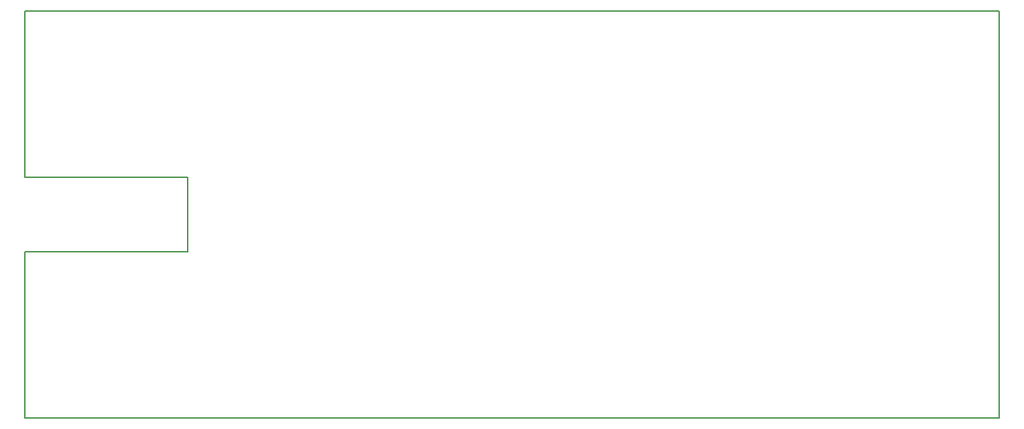
<source format=gm1>
G04 #@! TF.GenerationSoftware,KiCad,Pcbnew,5.1.8-5.fc33*
G04 #@! TF.CreationDate,2020-12-26T10:31:11+01:00*
G04 #@! TF.ProjectId,mini-beieli-pcb-cubecell,6d696e69-2d62-4656-9965-6c692d706362,rev?*
G04 #@! TF.SameCoordinates,Original*
G04 #@! TF.FileFunction,Profile,NP*
%FSLAX46Y46*%
G04 Gerber Fmt 4.6, Leading zero omitted, Abs format (unit mm)*
G04 Created by KiCad (PCBNEW 5.1.8-5.fc33) date 2020-12-26 10:31:11*
%MOMM*%
%LPD*%
G01*
G04 APERTURE LIST*
G04 #@! TA.AperFunction,Profile*
%ADD10C,0.150000*%
G04 #@! TD*
G04 APERTURE END LIST*
D10*
X60000000Y-61927000D02*
X60000000Y-52783000D01*
X40000000Y-61927000D02*
X60000000Y-61927000D01*
X40000000Y-52783000D02*
X60000000Y-52783000D01*
X40000000Y-52783000D02*
X40000000Y-32355000D01*
X40000000Y-82355000D02*
X40000000Y-61927000D01*
X159500000Y-82355000D02*
X40000000Y-82355000D01*
X159500000Y-32355000D02*
X159500000Y-82355000D01*
X40000000Y-32355000D02*
X159500000Y-32355000D01*
M02*

</source>
